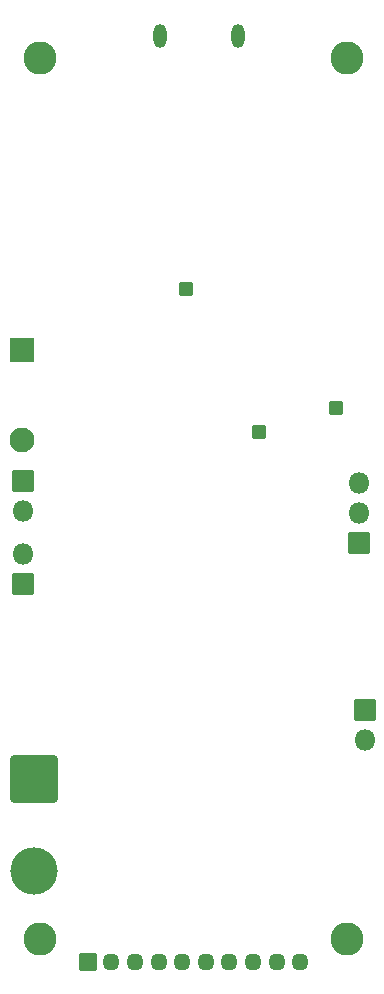
<source format=gbr>
%TF.GenerationSoftware,KiCad,Pcbnew,8.0.7*%
%TF.CreationDate,2025-01-08T02:29:51-05:00*%
%TF.ProjectId,active-drag-system-minimal,61637469-7665-42d6-9472-61672d737973,rev?*%
%TF.SameCoordinates,Original*%
%TF.FileFunction,Soldermask,Bot*%
%TF.FilePolarity,Negative*%
%FSLAX46Y46*%
G04 Gerber Fmt 4.6, Leading zero omitted, Abs format (unit mm)*
G04 Created by KiCad (PCBNEW 8.0.7) date 2025-01-08 02:29:51*
%MOMM*%
%LPD*%
G01*
G04 APERTURE LIST*
G04 Aperture macros list*
%AMRoundRect*
0 Rectangle with rounded corners*
0 $1 Rounding radius*
0 $2 $3 $4 $5 $6 $7 $8 $9 X,Y pos of 4 corners*
0 Add a 4 corners polygon primitive as box body*
4,1,4,$2,$3,$4,$5,$6,$7,$8,$9,$2,$3,0*
0 Add four circle primitives for the rounded corners*
1,1,$1+$1,$2,$3*
1,1,$1+$1,$4,$5*
1,1,$1+$1,$6,$7*
1,1,$1+$1,$8,$9*
0 Add four rect primitives between the rounded corners*
20,1,$1+$1,$2,$3,$4,$5,0*
20,1,$1+$1,$4,$5,$6,$7,0*
20,1,$1+$1,$6,$7,$8,$9,0*
20,1,$1+$1,$8,$9,$2,$3,0*%
G04 Aperture macros list end*
%ADD10RoundRect,0.050800X-0.850000X-0.850000X0.850000X-0.850000X0.850000X0.850000X-0.850000X0.850000X0*%
%ADD11O,1.801600X1.801600*%
%ADD12C,2.801600*%
%ADD13RoundRect,0.256515X-1.744285X1.744285X-1.744285X-1.744285X1.744285X-1.744285X1.744285X1.744285X0*%
%ADD14C,4.001600*%
%ADD15RoundRect,0.050800X0.850000X0.850000X-0.850000X0.850000X-0.850000X-0.850000X0.850000X-0.850000X0*%
%ADD16RoundRect,0.050800X0.675000X-0.675000X0.675000X0.675000X-0.675000X0.675000X-0.675000X-0.675000X0*%
%ADD17O,1.451600X1.451600*%
%ADD18O,1.104000X2.004000*%
%ADD19RoundRect,0.050800X0.500000X0.500000X-0.500000X0.500000X-0.500000X-0.500000X0.500000X-0.500000X0*%
%ADD20RoundRect,0.050800X-1.000000X1.000000X-1.000000X-1.000000X1.000000X-1.000000X1.000000X1.000000X0*%
%ADD21C,2.101600*%
G04 APERTURE END LIST*
D10*
%TO.C,J5*%
X133600000Y-99775000D03*
D11*
X133600000Y-102315000D03*
%TD*%
D12*
%TO.C,H3*%
X161000000Y-138600000D03*
%TD*%
D13*
%TO.C,J2*%
X134500000Y-125000000D03*
D14*
X134500000Y-132800000D03*
%TD*%
D15*
%TO.C,J6*%
X133600000Y-108525000D03*
D11*
X133600000Y-105985000D03*
%TD*%
D12*
%TO.C,H4*%
X135000000Y-138600000D03*
%TD*%
D16*
%TO.C,J4*%
X139050000Y-140500000D03*
D17*
X141050000Y-140500000D03*
X143050000Y-140500000D03*
X145050000Y-140500000D03*
X147050000Y-140500000D03*
X149050000Y-140500000D03*
X151050000Y-140500000D03*
X153050000Y-140500000D03*
X155050000Y-140500000D03*
X157050000Y-140500000D03*
%TD*%
D10*
%TO.C,J1*%
X162500000Y-119160000D03*
D11*
X162500000Y-121700000D03*
%TD*%
D15*
%TO.C,J8*%
X162000000Y-105080000D03*
D11*
X162000000Y-102540000D03*
X162000000Y-100000000D03*
%TD*%
D18*
%TO.C,J3*%
X151750000Y-62100000D03*
X145150000Y-62100000D03*
%TD*%
D12*
%TO.C,H1*%
X135000000Y-64000000D03*
%TD*%
%TO.C,H2*%
X161000000Y-64000000D03*
%TD*%
D19*
%TO.C,TP3*%
X153550000Y-95650000D03*
%TD*%
%TO.C,TP2*%
X160050000Y-93650000D03*
%TD*%
%TO.C,TP1*%
X147350000Y-83550000D03*
%TD*%
D20*
%TO.C,BZ1*%
X133450000Y-88700000D03*
D21*
X133450000Y-96300000D03*
%TD*%
M02*

</source>
